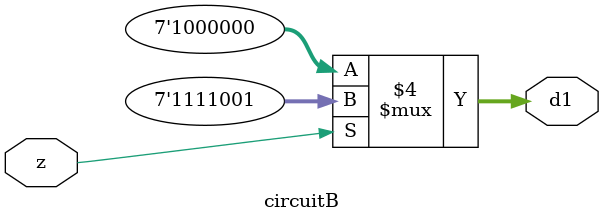
<source format=v>
module circuitB (z, d1);
    input z;
	output reg[6:0] d1; 
	
	always @(z)
	begin
	  if (z == 1'b1)
		d1 = 7'b1111001;
	  else
		d1 = 7'b1000000;
	end
endmodule
</source>
